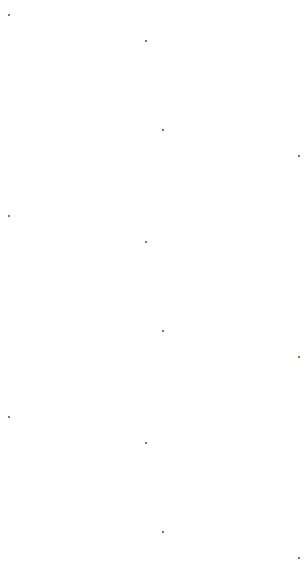
<source format=gbr>
%TF.GenerationSoftware,KiCad,Pcbnew,(7.0.0-0)*%
%TF.CreationDate,2023-02-22T17:53:02+08:00*%
%TF.ProjectId,thumb,7468756d-622e-46b6-9963-61645f706362,v1.0.0*%
%TF.SameCoordinates,Original*%
%TF.FileFunction,Plated,1,2,PTH,Drill*%
%TF.FilePolarity,Positive*%
%FSLAX46Y46*%
G04 Gerber Fmt 4.6, Leading zero omitted, Abs format (unit mm)*
G04 Created by KiCad (PCBNEW (7.0.0-0)) date 2023-02-22 17:53:02*
%MOMM*%
%LPD*%
G01*
G04 APERTURE LIST*
%TA.AperFunction,ComponentDrill*%
%ADD10C,0.300000*%
%TD*%
G04 APERTURE END LIST*
D10*
%TO.C,S4*%
X-3275000Y39950000D03*
%TO.C,S5*%
X-3275000Y22950000D03*
%TO.C,S6*%
X-3275000Y5950000D03*
%TO.C,S4*%
X8275000Y37750000D03*
%TO.C,S5*%
X8275000Y20750000D03*
%TO.C,S6*%
X8275000Y3750000D03*
%TO.C,S1*%
X9725000Y30250000D03*
%TO.C,S2*%
X9725000Y13250000D03*
%TO.C,S3*%
X9725000Y-3750000D03*
%TO.C,S1*%
X21275000Y28050000D03*
%TO.C,S2*%
X21275000Y11050000D03*
%TO.C,S3*%
X21275000Y-5950000D03*
M02*

</source>
